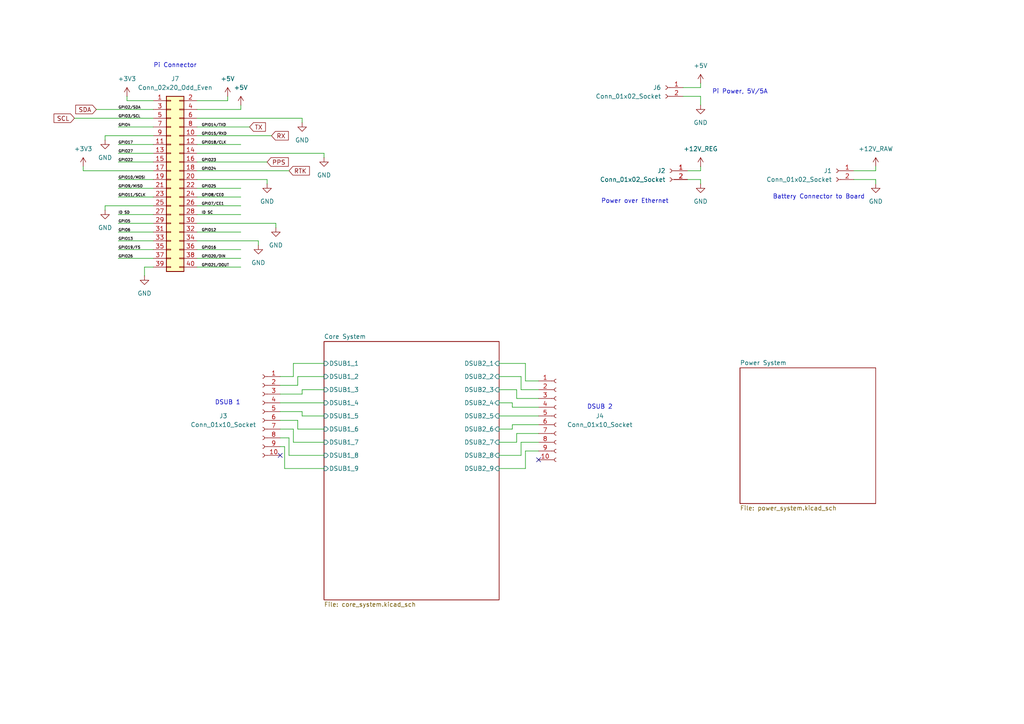
<source format=kicad_sch>
(kicad_sch (version 20250114) (generator "eeschema") (generator_version "9.0")
  (paper "A4")
  (lib_symbols
    (symbol "Connector:Conn_01x02_Socket" (pin_names (offset 1.016) (hide yes))
      (property "Reference" "J" (at 0 2.54 0))
      (property "Value" "Conn_01x02_Socket" (at 0 -5.08 0))
      (symbol "Conn_01x02_Socket_1_1"
        (polyline (pts (xy -1.27 0) (xy -0.508 0)) (stroke (width 0.1524)))
        (polyline (pts (xy -1.27 -2.54) (xy -0.508 -2.54)) (stroke (width 0.1524)))
        (arc (start 0 -0.508) (mid -0.5058 0) (end 0 0.508) (stroke (width 0.1524)))
        (arc (start 0 -3.048) (mid -0.5058 -2.54) (end 0 -2.032) (stroke (width 0.1524)))
        (pin passive line (at -5.08 0 0) (length 3.81) (name "Pin_1") (number "1"))
        (pin passive line (at -5.08 -2.54 0) (length 3.81) (name "Pin_2") (number "2"))
      )
    )
    (symbol "Connector:Conn_01x10_Socket" (pin_names (offset 1.016) (hide yes))
      (property "Reference" "J" (at 0 12.7 0))
      (property "Value" "Conn_01x10_Socket" (at 0 -15.24 0))
      (symbol "Conn_01x10_Socket_1_1"
        (polyline (pts (xy -1.27 10.16) (xy -0.508 10.16)) (stroke (width 0.1524)))
        (polyline (pts (xy -1.27 7.62) (xy -0.508 7.62)) (stroke (width 0.1524)))
        (polyline (pts (xy -1.27 5.08) (xy -0.508 5.08)) (stroke (width 0.1524)))
        (polyline (pts (xy -1.27 2.54) (xy -0.508 2.54)) (stroke (width 0.1524)))
        (polyline (pts (xy -1.27 0) (xy -0.508 0)) (stroke (width 0.1524)))
        (polyline (pts (xy -1.27 -2.54) (xy -0.508 -2.54)) (stroke (width 0.1524)))
        (polyline (pts (xy -1.27 -5.08) (xy -0.508 -5.08)) (stroke (width 0.1524)))
        (polyline (pts (xy -1.27 -7.62) (xy -0.508 -7.62)) (stroke (width 0.1524)))
        (polyline (pts (xy -1.27 -10.16) (xy -0.508 -10.16)) (stroke (width 0.1524)))
        (polyline (pts (xy -1.27 -12.7) (xy -0.508 -12.7)) (stroke (width 0.1524)))
        (arc (start 0 9.652) (mid -0.5058 10.16) (end 0 10.668) (stroke (width 0.1524)))
        (arc (start 0 7.112) (mid -0.5058 7.62) (end 0 8.128) (stroke (width 0.1524)))
        (arc (start 0 4.572) (mid -0.5058 5.08) (end 0 5.588) (stroke (width 0.1524)))
        (arc (start 0 2.032) (mid -0.5058 2.54) (end 0 3.048) (stroke (width 0.1524)))
        (arc (start 0 -0.508) (mid -0.5058 0) (end 0 0.508) (stroke (width 0.1524)))
        (arc (start 0 -3.048) (mid -0.5058 -2.54) (end 0 -2.032) (stroke (width 0.1524)))
        (arc (start 0 -5.588) (mid -0.5058 -5.08) (end 0 -4.572) (stroke (width 0.1524)))
        (arc (start 0 -8.128) (mid -0.5058 -7.62) (end 0 -7.112) (stroke (width 0.1524)))
        (arc (start 0 -10.668) (mid -0.5058 -10.16) (end 0 -9.652) (stroke (width 0.1524)))
        (arc (start 0 -13.208) (mid -0.5058 -12.7) (end 0 -12.192) (stroke (width 0.1524)))
        (pin passive line (at -5.08 10.16 0) (length 3.81) (name "Pin_1") (number "1"))
        (pin passive line (at -5.08 7.62 0) (length 3.81) (name "Pin_2") (number "2"))
        (pin passive line (at -5.08 5.08 0) (length 3.81) (name "Pin_3") (number "3"))
        (pin passive line (at -5.08 2.54 0) (length 3.81) (name "Pin_4") (number "4"))
        (pin passive line (at -5.08 0 0) (length 3.81) (name "Pin_5") (number "5"))
        (pin passive line (at -5.08 -2.54 0) (length 3.81) (name "Pin_6") (number "6"))
        (pin passive line (at -5.08 -5.08 0) (length 3.81) (name "Pin_7") (number "7"))
        (pin passive line (at -5.08 -7.62 0) (length 3.81) (name "Pin_8") (number "8"))
        (pin passive line (at -5.08 -10.16 0) (length 3.81) (name "Pin_9") (number "9"))
        (pin passive line (at -5.08 -12.7 0) (length 3.81) (name "Pin_10") (number "10"))
      )
    )
    (symbol "Connector_Generic:Conn_02x20_Odd_Even" (pin_names (offset 1.016) (hide yes))
      (property "Reference" "J" (at 1.27 25.4 0))
      (property "Value" "Conn_02x20_Odd_Even" (at 1.27 -27.94 0))
      (symbol "Conn_02x20_Odd_Even_1_1"
        (rectangle (start -1.27 24.13) (end 3.81 -26.67) (stroke (width 0.254)) (fill (type background)))
        (rectangle (start -1.27 22.987) (end 0 22.733) (stroke (width 0.1524)))
        (rectangle (start -1.27 20.447) (end 0 20.193) (stroke (width 0.1524)))
        (rectangle (start -1.27 17.907) (end 0 17.653) (stroke (width 0.1524)))
        (rectangle (start -1.27 15.367) (end 0 15.113) (stroke (width 0.1524)))
        (rectangle (start -1.27 12.827) (end 0 12.573) (stroke (width 0.1524)))
        (rectangle (start -1.27 10.287) (end 0 10.033) (stroke (width 0.1524)))
        (rectangle (start -1.27 7.747) (end 0 7.493) (stroke (width 0.1524)))
        (rectangle (start -1.27 5.207) (end 0 4.953) (stroke (width 0.1524)))
        (rectangle (start -1.27 2.667) (end 0 2.413) (stroke (width 0.1524)))
        (rectangle (start -1.27 0.127) (end 0 -0.127) (stroke (width 0.1524)))
        (rectangle (start -1.27 -2.413) (end 0 -2.667) (stroke (width 0.1524)))
        (rectangle (start -1.27 -4.953) (end 0 -5.207) (stroke (width 0.1524)))
        (rectangle (start -1.27 -7.493) (end 0 -7.747) (stroke (width 0.1524)))
        (rectangle (start -1.27 -10.033) (end 0 -10.287) (stroke (width 0.1524)))
        (rectangle (start -1.27 -12.573) (end 0 -12.827) (stroke (width 0.1524)))
        (rectangle (start -1.27 -15.113) (end 0 -15.367) (stroke (width 0.1524)))
        (rectangle (start -1.27 -17.653) (end 0 -17.907) (stroke (width 0.1524)))
        (rectangle (start -1.27 -20.193) (end 0 -20.447) (stroke (width 0.1524)))
        (rectangle (start -1.27 -22.733) (end 0 -22.987) (stroke (width 0.1524)))
        (rectangle (start -1.27 -25.273) (end 0 -25.527) (stroke (width 0.1524)))
        (rectangle (start 3.81 22.987) (end 2.54 22.733) (stroke (width 0.1524)))
        (rectangle (start 3.81 20.447) (end 2.54 20.193) (stroke (width 0.1524)))
        (rectangle (start 3.81 17.907) (end 2.54 17.653) (stroke (width 0.1524)))
        (rectangle (start 3.81 15.367) (end 2.54 15.113) (stroke (width 0.1524)))
        (rectangle (start 3.81 12.827) (end 2.54 12.573) (stroke (width 0.1524)))
        (rectangle (start 3.81 10.287) (end 2.54 10.033) (stroke (width 0.1524)))
        (rectangle (start 3.81 7.747) (end 2.54 7.493) (stroke (width 0.1524)))
        (rectangle (start 3.81 5.207) (end 2.54 4.953) (stroke (width 0.1524)))
        (rectangle (start 3.81 2.667) (end 2.54 2.413) (stroke (width 0.1524)))
        (rectangle (start 3.81 0.127) (end 2.54 -0.127) (stroke (width 0.1524)))
        (rectangle (start 3.81 -2.413) (end 2.54 -2.667) (stroke (width 0.1524)))
        (rectangle (start 3.81 -4.953) (end 2.54 -5.207) (stroke (width 0.1524)))
        (rectangle (start 3.81 -7.493) (end 2.54 -7.747) (stroke (width 0.1524)))
        (rectangle (start 3.81 -10.033) (end 2.54 -10.287) (stroke (width 0.1524)))
        (rectangle (start 3.81 -12.573) (end 2.54 -12.827) (stroke (width 0.1524)))
        (rectangle (start 3.81 -15.113) (end 2.54 -15.367) (stroke (width 0.1524)))
        (rectangle (start 3.81 -17.653) (end 2.54 -17.907) (stroke (width 0.1524)))
        (rectangle (start 3.81 -20.193) (end 2.54 -20.447) (stroke (width 0.1524)))
        (rectangle (start 3.81 -22.733) (end 2.54 -22.987) (stroke (width 0.1524)))
        (rectangle (start 3.81 -25.273) (end 2.54 -25.527) (stroke (width 0.1524)))
        (pin passive line (at -5.08 22.86 0) (length 3.81) (name "Pin_1") (number "1"))
        (pin passive line (at -5.08 20.32 0) (length 3.81) (name "Pin_3") (number "3"))
        (pin passive line (at -5.08 17.78 0) (length 3.81) (name "Pin_5") (number "5"))
        (pin passive line (at -5.08 15.24 0) (length 3.81) (name "Pin_7") (number "7"))
        (pin passive line (at -5.08 12.7 0) (length 3.81) (name "Pin_9") (number "9"))
        (pin passive line (at -5.08 10.16 0) (length 3.81) (name "Pin_11") (number "11"))
        (pin passive line (at -5.08 7.62 0) (length 3.81) (name "Pin_13") (number "13"))
        (pin passive line (at -5.08 5.08 0) (length 3.81) (name "Pin_15") (number "15"))
        (pin passive line (at -5.08 2.54 0) (length 3.81) (name "Pin_17") (number "17"))
        (pin passive line (at -5.08 0 0) (length 3.81) (name "Pin_19") (number "19"))
        (pin passive line (at -5.08 -2.54 0) (length 3.81) (name "Pin_21") (number "21"))
        (pin passive line (at -5.08 -5.08 0) (length 3.81) (name "Pin_23") (number "23"))
        (pin passive line (at -5.08 -7.62 0) (length 3.81) (name "Pin_25") (number "25"))
        (pin passive line (at -5.08 -10.16 0) (length 3.81) (name "Pin_27") (number "27"))
        (pin passive line (at -5.08 -12.7 0) (length 3.81) (name "Pin_29") (number "29"))
        (pin passive line (at -5.08 -15.24 0) (length 3.81) (name "Pin_31") (number "31"))
        (pin passive line (at -5.08 -17.78 0) (length 3.81) (name "Pin_33") (number "33"))
        (pin passive line (at -5.08 -20.32 0) (length 3.81) (name "Pin_35") (number "35"))
        (pin passive line (at -5.08 -22.86 0) (length 3.81) (name "Pin_37") (number "37"))
        (pin passive line (at -5.08 -25.4 0) (length 3.81) (name "Pin_39") (number "39"))
        (pin passive line (at 7.62 22.86 180) (length 3.81) (name "Pin_2") (number "2"))
        (pin passive line (at 7.62 20.32 180) (length 3.81) (name "Pin_4") (number "4"))
        (pin passive line (at 7.62 17.78 180) (length 3.81) (name "Pin_6") (number "6"))
        (pin passive line (at 7.62 15.24 180) (length 3.81) (name "Pin_8") (number "8"))
        (pin passive line (at 7.62 12.7 180) (length 3.81) (name "Pin_10") (number "10"))
        (pin passive line (at 7.62 10.16 180) (length 3.81) (name "Pin_12") (number "12"))
        (pin passive line (at 7.62 7.62 180) (length 3.81) (name "Pin_14") (number "14"))
        (pin passive line (at 7.62 5.08 180) (length 3.81) (name "Pin_16") (number "16"))
        (pin passive line (at 7.62 2.54 180) (length 3.81) (name "Pin_18") (number "18"))
        (pin passive line (at 7.62 0 180) (length 3.81) (name "Pin_20") (number "20"))
        (pin passive line (at 7.62 -2.54 180) (length 3.81) (name "Pin_22") (number "22"))
        (pin passive line (at 7.62 -5.08 180) (length 3.81) (name "Pin_24") (number "24"))
        (pin passive line (at 7.62 -7.62 180) (length 3.81) (name "Pin_26") (number "26"))
        (pin passive line (at 7.62 -10.16 180) (length 3.81) (name "Pin_28") (number "28"))
        (pin passive line (at 7.62 -12.7 180) (length 3.81) (name "Pin_30") (number "30"))
        (pin passive line (at 7.62 -15.24 180) (length 3.81) (name "Pin_32") (number "32"))
        (pin passive line (at 7.62 -17.78 180) (length 3.81) (name "Pin_34") (number "34"))
        (pin passive line (at 7.62 -20.32 180) (length 3.81) (name "Pin_36") (number "36"))
        (pin passive line (at 7.62 -22.86 180) (length 3.81) (name "Pin_38") (number "38"))
        (pin passive line (at 7.62 -25.4 180) (length 3.81) (name "Pin_40") (number "40"))
      )
    )
    (symbol "power:+12V" (power) (pin_numbers (hide yes)) (pin_names (offset 0) (hide yes))
      (property "Value" "+12V" (at 0 3.556 0))
      (symbol "+12V_0_1"
        (polyline (pts (xy -0.762 1.27) (xy 0 2.54)))
        (polyline (pts (xy 0 2.54) (xy 0.762 1.27)))
        (polyline (pts (xy 0 0) (xy 0 2.54)))
      )
      (symbol "+12V_1_1"
        (pin power_in line (at 0 0 90) (length 0) (name "~") (number "1"))
      )
    )
    (symbol "power:+3V3" (power) (pin_numbers (hide yes)) (pin_names (offset 0) (hide yes))
      (property "Value" "+3V3" (at 0 3.556 0))
      (symbol "+3V3_0_1"
        (polyline (pts (xy -0.762 1.27) (xy 0 2.54)))
        (polyline (pts (xy 0 2.54) (xy 0.762 1.27)))
        (polyline (pts (xy 0 0) (xy 0 2.54)))
      )
      (symbol "+3V3_1_1"
        (pin power_in line (at 0 0 90) (length 0) (name "~") (number "1"))
      )
    )
    (symbol "power:+5V" (power) (pin_numbers (hide yes)) (pin_names (offset 0) (hide yes))
      (property "Value" "+5V" (at 0 3.556 0))
      (symbol "+5V_0_1"
        (polyline (pts (xy -0.762 1.27) (xy 0 2.54)))
        (polyline (pts (xy 0 2.54) (xy 0.762 1.27)))
        (polyline (pts (xy 0 0) (xy 0 2.54)))
      )
      (symbol "+5V_1_1"
        (pin power_in line (at 0 0 90) (length 0) (name "~") (number "1"))
      )
    )
    (symbol "power:GND" (power) (pin_numbers (hide yes)) (pin_names (offset 0) (hide yes))
      (property "Value" "GND" (at 0 -3.81 0))
      (symbol "GND_0_1"
        (polyline (pts (xy 0 0) (xy 0 -1.27) (xy 1.27 -1.27) (xy 0 -2.54) (xy -1.27 -1.27) (xy 0 -1.27)))
      )
      (symbol "GND_1_1"
        (pin power_in line (at 0 0 270) (length 0) (name "~") (number "1"))
      )
    )
  )
  (text "Pi Power, 5V/5A" (at 214.63 26.67 0) (effects (font (size 1.27 1.27))))
  (text "Battery Connector to Board" (at 237.49 57.15 0) (effects (font (size 1.27 1.27))))
  (text "Pi Connector\n" (at 50.8 19.05 0) (effects (font (size 1.27 1.27))))
  (text "DSUB 1" (at 66.04 116.84 0) (effects (font (size 1.27 1.27))))
  (text "Power over Ethernet\n" (at 184.15 58.42 0) (effects (font (size 1.27 1.27))))
  (text "DSUB 2" (at 173.99 118.11 0) (effects (font (size 1.27 1.27))))
  (no_connect (at 156.21 133.35))
  (no_connect (at 81.28 132.08))
  (wire (pts (xy 66.04 27.94) (xy 66.04 29.21)))
  (wire (pts (xy 144.78 109.22) (xy 151.13 109.22)))
  (wire (pts (xy 83.82 132.08) (xy 93.98 132.08)))
  (wire (pts (xy 156.21 113.03) (xy 151.13 113.03)))
  (wire (pts (xy 36.83 27.94) (xy 36.83 29.21)))
  (wire (pts (xy 254 49.53) (xy 247.65 49.53)))
  (wire (pts (xy 82.55 135.89) (xy 93.98 135.89)))
  (wire (pts (xy 24.13 49.53) (xy 44.45 49.53)))
  (wire (pts (xy 34.29 36.83) (xy 44.45 36.83)))
  (wire (pts (xy 81.28 114.3) (xy 87.63 114.3)))
  (wire (pts (xy 81.28 129.54) (xy 82.55 129.54)))
  (wire (pts (xy 57.15 62.23) (xy 69.85 62.23)))
  (wire (pts (xy 57.15 49.53) (xy 83.82 49.53)))
  (wire (pts (xy 151.13 113.03) (xy 151.13 109.22)))
  (wire (pts (xy 156.21 128.27) (xy 151.13 128.27)))
  (wire (pts (xy 34.29 64.77) (xy 44.45 64.77)))
  (wire (pts (xy 81.28 111.76) (xy 86.36 111.76)))
  (wire (pts (xy 86.36 121.92) (xy 86.36 124.46)))
  (wire (pts (xy 34.29 57.15) (xy 44.45 57.15)))
  (wire (pts (xy 57.15 39.37) (xy 78.74 39.37)))
  (wire (pts (xy 81.28 121.92) (xy 86.36 121.92)))
  (wire (pts (xy 57.15 36.83) (xy 72.39 36.83)))
  (wire (pts (xy 85.09 109.22) (xy 85.09 105.41)))
  (wire (pts (xy 34.29 74.93) (xy 44.45 74.93)))
  (wire (pts (xy 34.29 67.31) (xy 44.45 67.31)))
  (wire (pts (xy 149.86 125.73) (xy 149.86 128.27)))
  (wire (pts (xy 80.01 64.77) (xy 80.01 66.04)))
  (wire (pts (xy 30.48 39.37) (xy 44.45 39.37)))
  (wire (pts (xy 57.15 59.69) (xy 69.85 59.69)))
  (wire (pts (xy 199.39 52.07) (xy 203.2 52.07)))
  (wire (pts (xy 144.78 124.46) (xy 148.59 124.46)))
  (wire (pts (xy 57.15 41.91) (xy 69.85 41.91)))
  (wire (pts (xy 152.4 130.81) (xy 152.4 135.89)))
  (wire (pts (xy 57.15 29.21) (xy 66.04 29.21)))
  (wire (pts (xy 156.21 125.73) (xy 149.86 125.73)))
  (wire (pts (xy 27.94 31.75) (xy 44.45 31.75)))
  (wire (pts (xy 34.29 46.99) (xy 44.45 46.99)))
  (wire (pts (xy 87.63 113.03) (xy 93.98 113.03)))
  (wire (pts (xy 87.63 119.38) (xy 87.63 120.65)))
  (wire (pts (xy 81.28 127) (xy 83.82 127)))
  (wire (pts (xy 203.2 25.4) (xy 198.12 25.4)))
  (wire (pts (xy 34.29 62.23) (xy 44.45 62.23)))
  (wire (pts (xy 34.29 44.45) (xy 44.45 44.45)))
  (wire (pts (xy 203.2 49.53) (xy 199.39 49.53)))
  (wire (pts (xy 57.15 77.47) (xy 69.85 77.47)))
  (wire (pts (xy 57.15 52.07) (xy 77.47 52.07)))
  (wire (pts (xy 144.78 116.84) (xy 148.59 116.84)))
  (wire (pts (xy 83.82 127) (xy 83.82 132.08)))
  (wire (pts (xy 24.13 48.26) (xy 24.13 49.53)))
  (wire (pts (xy 34.29 54.61) (xy 44.45 54.61)))
  (wire (pts (xy 81.28 116.84) (xy 93.98 116.84)))
  (wire (pts (xy 87.63 120.65) (xy 93.98 120.65)))
  (wire (pts (xy 57.15 46.99) (xy 77.47 46.99)))
  (wire (pts (xy 69.85 30.48) (xy 69.85 31.75)))
  (wire (pts (xy 152.4 105.41) (xy 144.78 105.41)))
  (wire (pts (xy 82.55 129.54) (xy 82.55 135.89)))
  (wire (pts (xy 156.21 118.11) (xy 148.59 118.11)))
  (wire (pts (xy 85.09 128.27) (xy 93.98 128.27)))
  (wire (pts (xy 152.4 110.49) (xy 152.4 105.41)))
  (wire (pts (xy 156.21 115.57) (xy 149.86 115.57)))
  (wire (pts (xy 57.15 31.75) (xy 69.85 31.75)))
  (wire (pts (xy 144.78 135.89) (xy 152.4 135.89)))
  (wire (pts (xy 148.59 118.11) (xy 148.59 116.84)))
  (wire (pts (xy 254 52.07) (xy 254 53.34)))
  (wire (pts (xy 86.36 111.76) (xy 86.36 109.22)))
  (wire (pts (xy 81.28 119.38) (xy 87.63 119.38)))
  (wire (pts (xy 203.2 30.48) (xy 203.2 27.94)))
  (wire (pts (xy 30.48 60.96) (xy 30.48 59.69)))
  (wire (pts (xy 93.98 44.45) (xy 93.98 45.72)))
  (wire (pts (xy 36.83 29.21) (xy 44.45 29.21)))
  (wire (pts (xy 34.29 41.91) (xy 44.45 41.91)))
  (wire (pts (xy 86.36 109.22) (xy 93.98 109.22)))
  (wire (pts (xy 30.48 40.64) (xy 30.48 39.37)))
  (wire (pts (xy 156.21 123.19) (xy 148.59 123.19)))
  (wire (pts (xy 57.15 64.77) (xy 80.01 64.77)))
  (wire (pts (xy 57.15 74.93) (xy 69.85 74.93)))
  (wire (pts (xy 144.78 113.03) (xy 149.86 113.03)))
  (wire (pts (xy 57.15 44.45) (xy 93.98 44.45)))
  (wire (pts (xy 148.59 123.19) (xy 148.59 124.46)))
  (wire (pts (xy 247.65 52.07) (xy 254 52.07)))
  (wire (pts (xy 34.29 69.85) (xy 44.45 69.85)))
  (wire (pts (xy 41.91 77.47) (xy 41.91 80.01)))
  (wire (pts (xy 144.78 132.08) (xy 151.13 132.08)))
  (wire (pts (xy 86.36 124.46) (xy 93.98 124.46)))
  (wire (pts (xy 149.86 115.57) (xy 149.86 113.03)))
  (wire (pts (xy 85.09 105.41) (xy 93.98 105.41)))
  (wire (pts (xy 198.12 27.94) (xy 203.2 27.94)))
  (wire (pts (xy 81.28 124.46) (xy 85.09 124.46)))
  (wire (pts (xy 156.21 130.81) (xy 152.4 130.81)))
  (wire (pts (xy 74.93 69.85) (xy 74.93 71.12)))
  (wire (pts (xy 41.91 77.47) (xy 44.45 77.47)))
  (wire (pts (xy 203.2 48.26) (xy 203.2 49.53)))
  (wire (pts (xy 57.15 57.15) (xy 69.85 57.15)))
  (wire (pts (xy 57.15 69.85) (xy 74.93 69.85)))
  (wire (pts (xy 151.13 128.27) (xy 151.13 132.08)))
  (wire (pts (xy 87.63 34.29) (xy 87.63 35.56)))
  (wire (pts (xy 34.29 72.39) (xy 44.45 72.39)))
  (wire (pts (xy 254 48.26) (xy 254 49.53)))
  (wire (pts (xy 57.15 67.31) (xy 69.85 67.31)))
  (wire (pts (xy 149.86 128.27) (xy 144.78 128.27)))
  (wire (pts (xy 77.47 52.07) (xy 77.47 53.34)))
  (wire (pts (xy 144.78 120.65) (xy 156.21 120.65)))
  (wire (pts (xy 87.63 114.3) (xy 87.63 113.03)))
  (wire (pts (xy 81.28 109.22) (xy 85.09 109.22)))
  (wire (pts (xy 34.29 52.07) (xy 44.45 52.07)))
  (wire (pts (xy 57.15 72.39) (xy 69.85 72.39)))
  (wire (pts (xy 57.15 54.61) (xy 69.85 54.61)))
  (wire (pts (xy 30.48 59.69) (xy 44.45 59.69)))
  (wire (pts (xy 203.2 53.34) (xy 203.2 52.07)))
  (wire (pts (xy 21.59 34.29) (xy 44.45 34.29)))
  (wire (pts (xy 203.2 24.13) (xy 203.2 25.4)))
  (wire (pts (xy 85.09 124.46) (xy 85.09 128.27)))
  (wire (pts (xy 156.21 110.49) (xy 152.4 110.49)))
  (wire (pts (xy 57.15 34.29) (xy 87.63 34.29)))
  (label "GPIO22" (at 34.29 46.99 0) (effects (font (size 0.762 0.762))))
  (label "GPIO8{slash}CE0" (at 58.42 57.15 0) (effects (font (size 0.762 0.762))))
  (label "GPIO23" (at 58.42 46.99 0) (effects (font (size 0.762 0.762))))
  (label "GPIO5" (at 34.29 64.77 0) (effects (font (size 0.762 0.762))))
  (label "GPIO18{slash}CLK" (at 58.42 41.91 0) (effects (font (size 0.762 0.762))))
  (label "GPIO10{slash}MOSI" (at 34.29 52.07 0) (effects (font (size 0.762 0.762))))
  (label "GPIO6" (at 34.29 67.31 0) (effects (font (size 0.762 0.762))))
  (label "GPIO12" (at 58.42 67.31 0) (effects (font (size 0.762 0.762))))
  (label "GPIO24" (at 58.42 49.53 0) (effects (font (size 0.762 0.762))))
  (label "GPIO26" (at 34.29 74.93 0) (effects (font (size 0.762 0.762))))
  (label "GPIO21{slash}DOUT" (at 58.42 77.47 0) (effects (font (size 0.762 0.762))))
  (label "GPIO20{slash}DIN" (at 58.42 74.93 0) (effects (font (size 0.762 0.762))))
  (label "GPIO17" (at 34.29 41.91 0) (effects (font (size 0.762 0.762))))
  (label "GPIO27" (at 34.29 44.45 0) (effects (font (size 0.762 0.762))))
  (label "GPIO13" (at 34.29 69.85 0) (effects (font (size 0.762 0.762))))
  (label "GPIO3{slash}SCL" (at 34.29 34.29 0) (effects (font (size 0.762 0.762))))
  (label "GPIO9{slash}MISO" (at 34.29 54.61 0) (effects (font (size 0.762 0.762))))
  (label "GPIO15{slash}RXD" (at 58.42 39.37 0) (effects (font (size 0.762 0.762))))
  (label "GPIO14{slash}TXD" (at 58.42 36.83 0) (effects (font (size 0.762 0.762))))
  (label "GPIO25" (at 58.42 54.61 0) (effects (font (size 0.762 0.762))))
  (label "GPIO7{slash}CE1" (at 58.42 59.69 0) (effects (font (size 0.762 0.762))))
  (label "GPIO4" (at 34.29 36.83 0) (effects (font (size 0.762 0.762))))
  (label "ID SC" (at 58.42 62.23 0) (effects (font (size 0.762 0.762))))
  (label "GPIO16" (at 58.42 72.39 0) (effects (font (size 0.762 0.762))))
  (label "ID SD" (at 34.29 62.23 0) (effects (font (size 0.762 0.762))))
  (label "GPIO19/FS" (at 34.29 72.39 0) (effects (font (size 0.762 0.762))))
  (label "GPIO11{slash}SCLK" (at 34.29 57.15 0) (effects (font (size 0.762 0.762))))
  (label "GPIO2{slash}SDA" (at 34.29 31.75 0) (effects (font (size 0.762 0.762))))
  (global_label "SCL" (shape input) (at 21.59 34.29 180) (property "Intersheetrefs" "${INTERSHEET_REFS}" (effects (hide yes))))
  (global_label "TX" (shape input) (at 72.39 36.83 0) (property "Intersheetrefs" "${INTERSHEET_REFS}" (effects (hide yes))))
  (global_label "RX" (shape input) (at 78.74 39.37 0) (property "Intersheetrefs" "${INTERSHEET_REFS}" (effects (hide yes))))
  (global_label "PPS" (shape input) (at 77.47 46.99 0) (property "Intersheetrefs" "${INTERSHEET_REFS}" (effects (hide yes))))
  (global_label "RTK" (shape input) (at 83.82 49.53 0) (property "Intersheetrefs" "${INTERSHEET_REFS}" (effects (hide yes))))
  (global_label "SDA" (shape input) (at 27.94 31.75 180) (property "Intersheetrefs" "${INTERSHEET_REFS}" (effects (hide yes))))
  (symbol (lib_id "Connector:Conn_01x02_Socket") (at 242.57 49.53 0) (mirror y) (unit 1)
    (property "Reference" "J1" (at 241.3 49.5299 0) (effects (justify left)))
    (property "Value" "Conn_01x02_Socket" (at 241.3 52.0699 0) (effects (justify left)))
    (property "Footprint" "Capstone Footprints:1x2_CONN_SD-43650-010_02_MOL" (effects (hide yes)))
    (property "Description" "Generic connector, single row, 01x02, script generated" (effects (hide yes)))
  )
  (symbol (lib_id "power:+3V3") (at 24.13 48.26 0) (unit 1)
    (property "Reference" "#PWR013" (effects (hide yes)))
    (property "Value" "+3V3" (at 24.13 43.18 0))
    (property "Description" "Power symbol creates a global label with name \"+3V3\"" (effects (hide yes)))
  )
  (symbol (lib_id "power:+12V") (at 203.2 48.26 0) (unit 1)
    (property "Reference" "#PWR01" (effects (hide yes)))
    (property "Value" "+12V_REG" (at 203.2 43.18 0))
    (property "Description" "Power symbol creates a global label with name \"+12V\"" (effects (hide yes)))
  )
  (symbol (lib_id "power:+5V") (at 203.2 24.13 0) (unit 1)
    (property "Reference" "#PWR06" (effects (hide yes)))
    (property "Value" "+5V" (at 203.2 19.05 0))
    (property "Description" "Power symbol creates a global label with name \"+5V\"" (effects (hide yes)))
  )
  (symbol (lib_id "power:GND") (at 93.98 45.72 0) (unit 1)
    (property "Reference" "#PWR016" (effects (hide yes)))
    (property "Value" "GND" (at 93.98 50.8 0))
    (property "Description" "Power symbol creates a global label with name \"GND\" , ground" (effects (hide yes)))
  )
  (symbol (lib_id "Connector:Conn_01x10_Socket") (at 161.29 120.65 0) (unit 1)
    (property "Reference" "J4" (at 173.99 120.65 0))
    (property "Value" "Conn_01x10_Socket" (at 173.99 123.19 0))
    (property "Footprint" "Capstone Footprints:2x5_CON10_P100X100-RIBBON_TYC" (effects (hide yes)))
    (property "Description" "Generic connector, single row, 01x10, script generated" (effects (hide yes)))
  )
  (symbol (lib_id "power:GND") (at 30.48 60.96 0) (unit 1)
    (property "Reference" "#PWR014" (effects (hide yes)))
    (property "Value" "GND" (at 30.48 66.04 0))
    (property "Description" "Power symbol creates a global label with name \"GND\" , ground" (effects (hide yes)))
  )
  (symbol (lib_id "Connector:Conn_01x02_Socket") (at 194.31 49.53 0) (mirror y) (unit 1)
    (property "Reference" "J2" (at 193.04 49.5299 0) (effects (justify left)))
    (property "Value" "Conn_01x02_Socket" (at 193.04 52.0699 0) (effects (justify left)))
    (property "Footprint" "Capstone Footprints:1x2_CONN_SD-43650-010_02_MOL" (effects (hide yes)))
    (property "Description" "Generic connector, single row, 01x02, script generated" (effects (hide yes)))
  )
  (symbol (lib_id "Connector_Generic:Conn_02x20_Odd_Even") (at 49.53 52.07 0) (unit 1)
    (property "Reference" "J7" (at 50.8 22.86 0))
    (property "Value" "Conn_02x20_Odd_Even" (at 50.8 25.4 0))
    (property "Footprint" "Capstone Footprints:2x20_CONN_3020-40-0100-00_CNC" (effects (hide yes)))
    (property "Description" "Generic connector, double row, 02x20, odd/even pin numbering scheme (row 1 odd numbers, row 2 even numbers), script generated (kicad-library-utils/schlib/autogen/connector/)" (effects (hide yes)))
  )
  (symbol (lib_id "power:GND") (at 203.2 30.48 0) (unit 1)
    (property "Reference" "#PWR07" (effects (hide yes)))
    (property "Value" "GND" (at 203.2 35.56 0))
    (property "Description" "Power symbol creates a global label with name \"GND\" , ground" (effects (hide yes)))
  )
  (symbol (lib_id "power:GND") (at 30.48 40.64 0) (unit 1)
    (property "Reference" "#PWR012" (effects (hide yes)))
    (property "Value" "GND" (at 30.48 45.72 0))
    (property "Description" "Power symbol creates a global label with name \"GND\" , ground" (effects (hide yes)))
  )
  (symbol (lib_id "Connector:Conn_01x02_Socket") (at 193.04 25.4 0) (mirror y) (unit 1)
    (property "Reference" "J6" (at 191.77 25.3999 0) (effects (justify left)))
    (property "Value" "Conn_01x02_Socket" (at 191.77 27.9399 0) (effects (justify left)))
    (property "Footprint" "Capstone Footprints:1x2_CONN_SD-43650-010_02_MOL" (effects (hide yes)))
    (property "Description" "Generic connector, single row, 01x02, script generated" (effects (hide yes)))
  )
  (symbol (lib_id "power:GND") (at 254 53.34 0) (unit 1)
    (property "Reference" "#PWR04" (effects (hide yes)))
    (property "Value" "GND" (at 254 58.42 0))
    (property "Description" "Power symbol creates a global label with name \"GND\" , ground" (effects (hide yes)))
  )
  (symbol (lib_id "power:+3V3") (at 36.83 27.94 0) (unit 1)
    (property "Reference" "#PWR08" (effects (hide yes)))
    (property "Value" "+3V3" (at 36.83 22.86 0))
    (property "Description" "Power symbol creates a global label with name \"+3V3\"" (effects (hide yes)))
  )
  (symbol (lib_id "power:GND") (at 80.01 66.04 0) (unit 1)
    (property "Reference" "#PWR018" (effects (hide yes)))
    (property "Value" "GND" (at 80.01 71.12 0))
    (property "Description" "Power symbol creates a global label with name \"GND\" , ground" (effects (hide yes)))
  )
  (symbol (lib_id "power:+5V") (at 69.85 30.48 0) (unit 1)
    (property "Reference" "#PWR010" (effects (hide yes)))
    (property "Value" "+5V" (at 69.85 25.4 0))
    (property "Description" "Power symbol creates a global label with name \"+5V\"" (effects (hide yes)))
  )
  (symbol (lib_id "power:GND") (at 87.63 35.56 0) (unit 1)
    (property "Reference" "#PWR011" (effects (hide yes)))
    (property "Value" "GND" (at 87.63 40.64 0))
    (property "Description" "Power symbol creates a global label with name \"GND\" , ground" (effects (hide yes)))
  )
  (symbol (lib_id "power:+5V") (at 66.04 27.94 0) (unit 1)
    (property "Reference" "#PWR09" (effects (hide yes)))
    (property "Value" "+5V" (at 66.04 22.86 0))
    (property "Description" "Power symbol creates a global label with name \"+5V\"" (effects (hide yes)))
  )
  (symbol (lib_id "power:GND") (at 74.93 71.12 0) (unit 1)
    (property "Reference" "#PWR019" (effects (hide yes)))
    (property "Value" "GND" (at 74.93 76.2 0))
    (property "Description" "Power symbol creates a global label with name \"GND\" , ground" (effects (hide yes)))
  )
  (symbol (lib_id "power:+12V") (at 254 48.26 0) (unit 1)
    (property "Reference" "#PWR03" (effects (hide yes)))
    (property "Value" "+12V_RAW" (at 254 43.18 0))
    (property "Description" "Power symbol creates a global label with name \"+12V\"" (effects (hide yes)))
  )
  (symbol (lib_id "Connector:Conn_01x10_Socket") (at 76.2 119.38 0) (mirror y) (unit 1)
    (property "Reference" "J3" (at 64.77 120.65 0))
    (property "Value" "Conn_01x10_Socket" (at 64.77 123.19 0))
    (property "Footprint" "Capstone Footprints:2x5_CON10_P100X100-RIBBON_TYC" (effects (hide yes)))
    (property "Description" "Generic connector, single row, 01x10, script generated" (effects (hide yes)))
  )
  (symbol (lib_id "power:GND") (at 41.91 80.01 0) (unit 1)
    (property "Reference" "#PWR015" (effects (hide yes)))
    (property "Value" "GND" (at 41.91 85.09 0))
    (property "Description" "Power symbol creates a global label with name \"GND\" , ground" (effects (hide yes)))
  )
  (symbol (lib_id "power:GND") (at 203.2 53.34 0) (unit 1)
    (property "Reference" "#PWR02" (effects (hide yes)))
    (property "Value" "GND" (at 203.2 58.42 0))
    (property "Description" "Power symbol creates a global label with name \"GND\" , ground" (effects (hide yes)))
  )
  (symbol (lib_id "power:GND") (at 77.47 53.34 0) (unit 1)
    (property "Reference" "#PWR017" (effects (hide yes)))
    (property "Value" "GND" (at 77.47 58.42 0))
    (property "Description" "Power symbol creates a global label with name \"GND\" , ground" (effects (hide yes)))
  )
  (sheet (at 214.63 106.68) (size 39.37 39.37) (stroke (width 0.1524))
    (property "Sheetname" "Power System" (at 214.63 105.9684 0) (effects (justify left bottom)))
    (property "Sheetfile" "power_system.kicad_sch" (at 214.63 146.6346 0) (effects (justify left top)))
  )
  (sheet (at 93.98 99.06) (size 50.8 74.93) (stroke (width 0.1524))
    (property "Sheetname" "Core System" (at 93.98 98.3484 0) (effects (justify left bottom)))
    (property "Sheetfile" "core_system.kicad_sch" (at 93.98 174.5746 0) (effects (justify left top)))
    (pin "DSUB2_4" input (at 144.78 116.84 0))
    (pin "DSUB2_8" input (at 144.78 132.08 0))
    (pin "DSUB2_9" input (at 144.78 135.89 0))
    (pin "DSUB2_6" input (at 144.78 124.46 0))
    (pin "DSUB2_3" input (at 144.78 113.03 0))
    (pin "DSUB2_7" input (at 144.78 128.27 0))
    (pin "DSUB2_2" input (at 144.78 109.22 0))
    (pin "DSUB2_5" input (at 144.78 120.65 0))
    (pin "DSUB2_1" input (at 144.78 105.41 0))
    (pin "DSUB1_4" input (at 93.98 116.84 180))
    (pin "DSUB1_6" input (at 93.98 124.46 180))
    (pin "DSUB1_2" input (at 93.98 109.22 180))
    (pin "DSUB1_5" input (at 93.98 120.65 180))
    (pin "DSUB1_1" input (at 93.98 105.41 180))
    (pin "DSUB1_3" input (at 93.98 113.03 180))
    (pin "DSUB1_7" input (at 93.98 128.27 180))
    (pin "DSUB1_8" input (at 93.98 132.08 180))
    (pin "DSUB1_9" input (at 93.98 135.89 180))
  )
)
</source>
